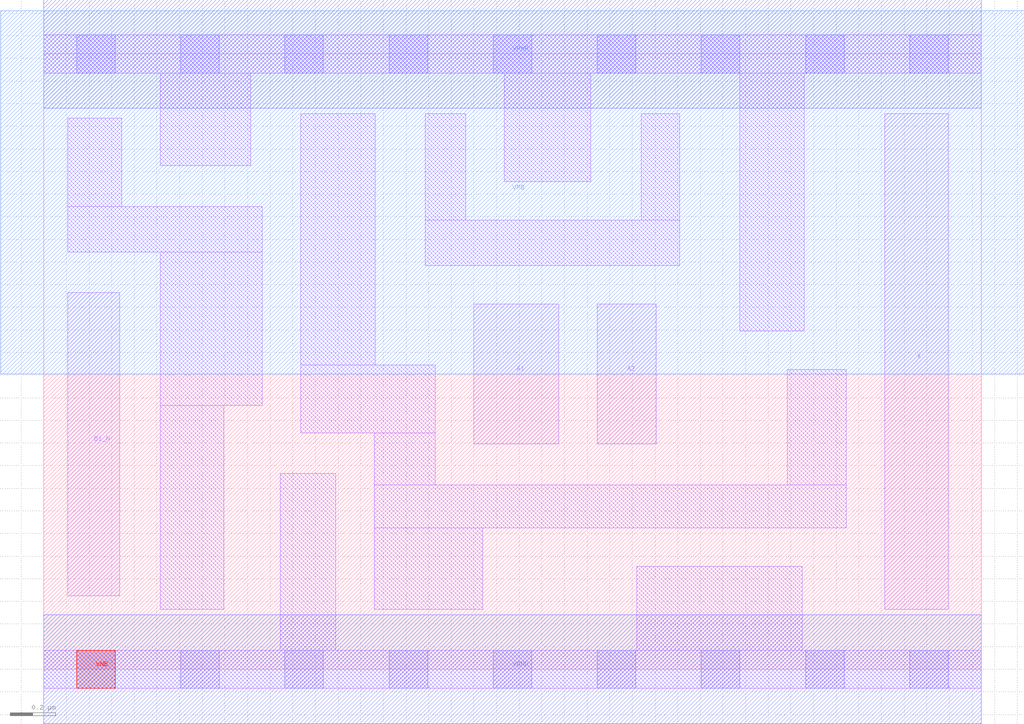
<source format=lef>
# Copyright 2020 The SkyWater PDK Authors
#
# Licensed under the Apache License, Version 2.0 (the "License");
# you may not use this file except in compliance with the License.
# You may obtain a copy of the License at
#
#     https://www.apache.org/licenses/LICENSE-2.0
#
# Unless required by applicable law or agreed to in writing, software
# distributed under the License is distributed on an "AS IS" BASIS,
# WITHOUT WARRANTIES OR CONDITIONS OF ANY KIND, either express or implied.
# See the License for the specific language governing permissions and
# limitations under the License.
#
# SPDX-License-Identifier: Apache-2.0

VERSION 5.7 ;
  NOWIREEXTENSIONATPIN ON ;
  DIVIDERCHAR "/" ;
  BUSBITCHARS "[]" ;
PROPERTYDEFINITIONS
  MACRO maskLayoutSubType STRING ;
  MACRO prCellType STRING ;
  MACRO originalViewName STRING ;
END PROPERTYDEFINITIONS
MACRO sky130_fd_sc_hdll__a21bo_1
  CLASS CORE ;
  FOREIGN sky130_fd_sc_hdll__a21bo_1 ;
  ORIGIN  0.000000  0.000000 ;
  SIZE  4.140000 BY  2.720000 ;
  SYMMETRY X Y R90 ;
  SITE unithd ;
  PIN A1
    ANTENNAGATEAREA  0.277500 ;
    DIRECTION INPUT ;
    USE SIGNAL ;
    PORT
      LAYER li1 ;
        RECT 1.900000 0.995000 2.275000 1.615000 ;
    END
  END A1
  PIN A2
    ANTENNAGATEAREA  0.277500 ;
    DIRECTION INPUT ;
    USE SIGNAL ;
    PORT
      LAYER li1 ;
        RECT 2.445000 0.995000 2.705000 1.615000 ;
    END
  END A2
  PIN B1_N
    ANTENNAGATEAREA  0.138600 ;
    DIRECTION INPUT ;
    USE SIGNAL ;
    PORT
      LAYER li1 ;
        RECT 0.105000 0.325000 0.335000 1.665000 ;
    END
  END B1_N
  PIN VNB
    PORT
      LAYER pwell ;
        RECT 0.145000 -0.085000 0.315000 0.085000 ;
    END
  END VNB
  PIN VPB
    PORT
      LAYER nwell ;
        RECT -0.190000 1.305000 4.330000 2.910000 ;
    END
  END VPB
  PIN X
    ANTENNADIFFAREA  0.628750 ;
    DIRECTION OUTPUT ;
    USE SIGNAL ;
    PORT
      LAYER li1 ;
        RECT 3.715000 0.265000 3.995000 2.455000 ;
    END
  END X
  PIN VGND
    DIRECTION INOUT ;
    USE GROUND ;
    PORT
      LAYER met1 ;
        RECT 0.000000 -0.240000 4.140000 0.240000 ;
    END
  END VGND
  PIN VPWR
    DIRECTION INOUT ;
    USE POWER ;
    PORT
      LAYER met1 ;
        RECT 0.000000 2.480000 4.140000 2.960000 ;
    END
  END VPWR
  OBS
    LAYER li1 ;
      RECT 0.000000 -0.085000 4.140000 0.085000 ;
      RECT 0.000000  2.635000 4.140000 2.805000 ;
      RECT 0.105000  1.845000 0.965000 2.045000 ;
      RECT 0.105000  2.045000 0.345000 2.435000 ;
      RECT 0.515000  0.265000 0.795000 1.165000 ;
      RECT 0.515000  1.165000 0.965000 1.845000 ;
      RECT 0.515000  2.225000 0.915000 2.635000 ;
      RECT 1.045000  0.085000 1.290000 0.865000 ;
      RECT 1.135000  1.045000 1.730000 1.345000 ;
      RECT 1.135000  1.345000 1.465000 2.455000 ;
      RECT 1.460000  0.265000 1.940000 0.625000 ;
      RECT 1.460000  0.625000 3.545000 0.815000 ;
      RECT 1.460000  0.815000 1.730000 1.045000 ;
      RECT 1.685000  1.785000 2.810000 1.985000 ;
      RECT 1.685000  1.985000 1.865000 2.455000 ;
      RECT 2.035000  2.155000 2.415000 2.635000 ;
      RECT 2.620000  0.085000 3.350000 0.455000 ;
      RECT 2.640000  1.985000 2.810000 2.455000 ;
      RECT 3.075000  1.495000 3.360000 2.635000 ;
      RECT 3.285000  0.815000 3.545000 1.325000 ;
    LAYER mcon ;
      RECT 0.145000 -0.085000 0.315000 0.085000 ;
      RECT 0.145000  2.635000 0.315000 2.805000 ;
      RECT 0.605000 -0.085000 0.775000 0.085000 ;
      RECT 0.605000  2.635000 0.775000 2.805000 ;
      RECT 1.065000 -0.085000 1.235000 0.085000 ;
      RECT 1.065000  2.635000 1.235000 2.805000 ;
      RECT 1.525000 -0.085000 1.695000 0.085000 ;
      RECT 1.525000  2.635000 1.695000 2.805000 ;
      RECT 1.985000 -0.085000 2.155000 0.085000 ;
      RECT 1.985000  2.635000 2.155000 2.805000 ;
      RECT 2.445000 -0.085000 2.615000 0.085000 ;
      RECT 2.445000  2.635000 2.615000 2.805000 ;
      RECT 2.905000 -0.085000 3.075000 0.085000 ;
      RECT 2.905000  2.635000 3.075000 2.805000 ;
      RECT 3.365000 -0.085000 3.535000 0.085000 ;
      RECT 3.365000  2.635000 3.535000 2.805000 ;
      RECT 3.825000 -0.085000 3.995000 0.085000 ;
      RECT 3.825000  2.635000 3.995000 2.805000 ;
  END
  PROPERTY maskLayoutSubType "abstract" ;
  PROPERTY prCellType "standard" ;
  PROPERTY originalViewName "layout" ;
END sky130_fd_sc_hdll__a21bo_1
END LIBRARY

</source>
